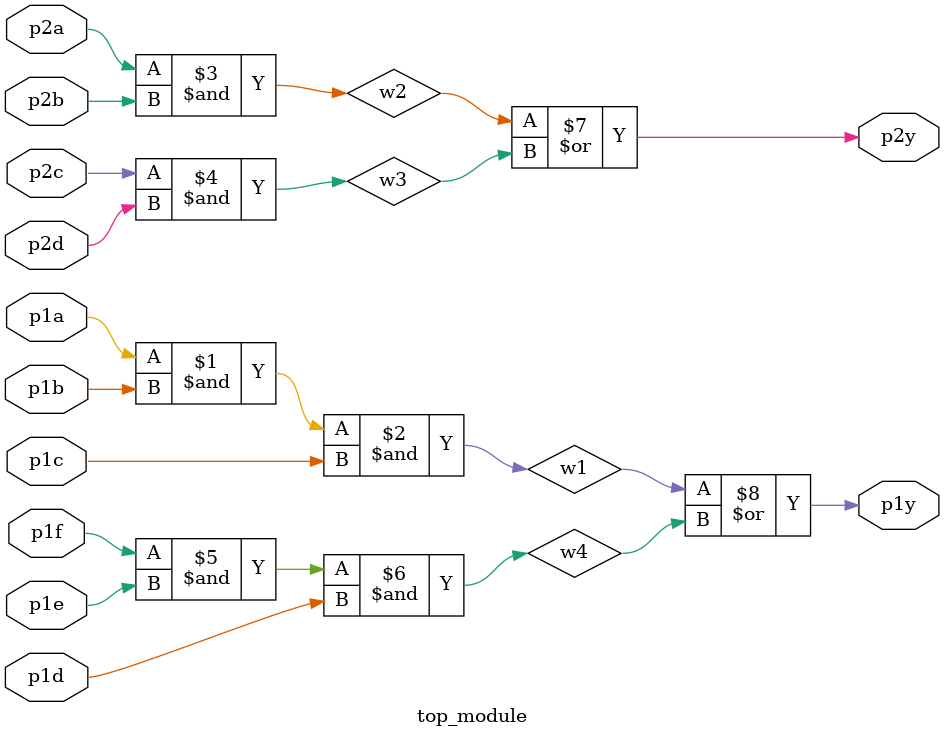
<source format=v>
module top_module (
    input p1a, p1b, p1c, p1d, p1e, p1f,
    output p1y,
    input p2a, p2b, p2c, p2d,
    output p2y );

  wire w1,w2,w3,w4;
  assign w1=p1a & p1b & p1c;
  assign w2=p2a&p2b;
  assign w3=p2c&p2d;
  assign w4=(p1f & p1e&p1d);
  assign p2y=w2|w3;
  assign p1y=w1|w4;

endmodule

</source>
